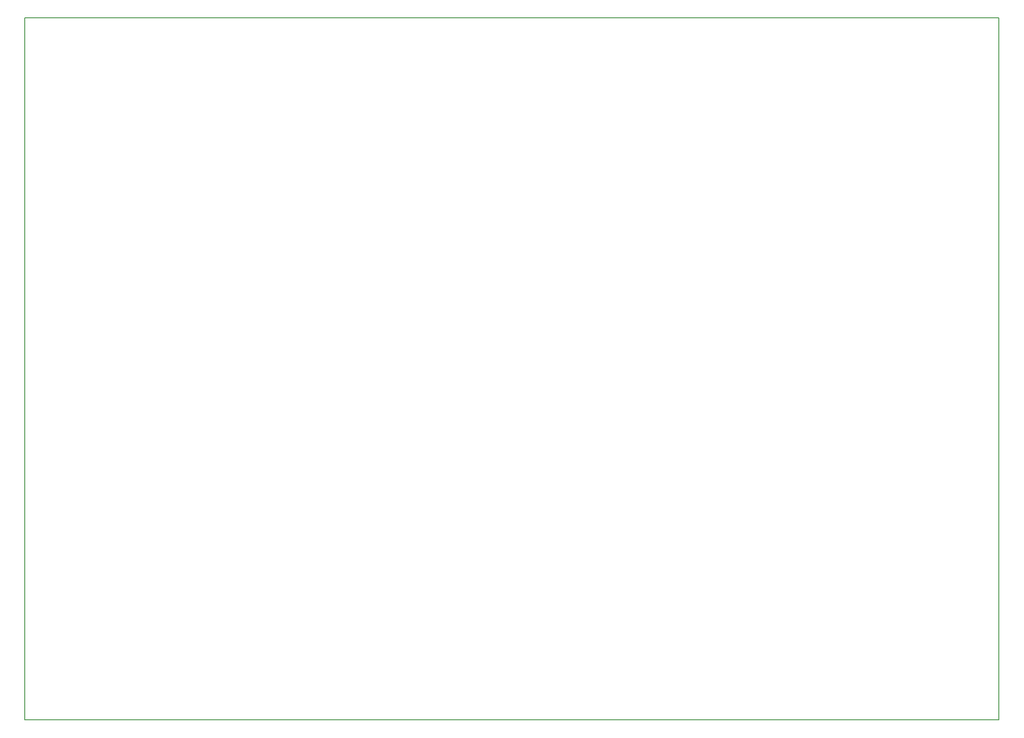
<source format=gko>
%FSLAX25Y25*%
%MOIN*%
G70*
G01*
G75*
G04 Layer_Color=16711935*
%ADD10R,0.03800X0.03500*%
G04:AMPARAMS|DCode=11|XSize=39.37mil|YSize=50mil|CornerRadius=0mil|HoleSize=0mil|Usage=FLASHONLY|Rotation=65.000|XOffset=0mil|YOffset=0mil|HoleType=Round|Shape=Rectangle|*
%AMROTATEDRECTD11*
4,1,4,0.01434,-0.02841,-0.03098,-0.00728,-0.01434,0.02841,0.03098,0.00728,0.01434,-0.02841,0.0*
%
%ADD11ROTATEDRECTD11*%

%ADD12R,0.04000X0.05000*%
G04:AMPARAMS|DCode=13|XSize=40mil|YSize=50mil|CornerRadius=10mil|HoleSize=0mil|Usage=FLASHONLY|Rotation=0.000|XOffset=0mil|YOffset=0mil|HoleType=Round|Shape=RoundedRectangle|*
%AMROUNDEDRECTD13*
21,1,0.04000,0.03000,0,0,0.0*
21,1,0.02000,0.05000,0,0,0.0*
1,1,0.02000,0.01000,-0.01500*
1,1,0.02000,-0.01000,-0.01500*
1,1,0.02000,-0.01000,0.01500*
1,1,0.02000,0.01000,0.01500*
%
%ADD13ROUNDEDRECTD13*%
%ADD14R,0.11811X0.19685*%
%ADD15C,0.01000*%
%ADD16C,0.03937*%
%ADD17C,0.11811*%
%ADD18C,0.00500*%
%ADD19C,0.00600*%
%ADD20R,0.04600X0.04300*%
G04:AMPARAMS|DCode=21|XSize=47.37mil|YSize=58mil|CornerRadius=0mil|HoleSize=0mil|Usage=FLASHONLY|Rotation=65.000|XOffset=0mil|YOffset=0mil|HoleType=Round|Shape=Rectangle|*
%AMROTATEDRECTD21*
4,1,4,0.01627,-0.03372,-0.03629,-0.00921,-0.01627,0.03372,0.03629,0.00921,0.01627,-0.03372,0.0*
%
%ADD21ROTATEDRECTD21*%

%ADD22R,0.04800X0.05800*%
G04:AMPARAMS|DCode=23|XSize=48mil|YSize=58mil|CornerRadius=12mil|HoleSize=0mil|Usage=FLASHONLY|Rotation=0.000|XOffset=0mil|YOffset=0mil|HoleType=Round|Shape=RoundedRectangle|*
%AMROUNDEDRECTD23*
21,1,0.04800,0.03400,0,0,0.0*
21,1,0.02400,0.05800,0,0,0.0*
1,1,0.02400,0.01200,-0.01700*
1,1,0.02400,-0.01200,-0.01700*
1,1,0.02400,-0.01200,0.01700*
1,1,0.02400,0.01200,0.01700*
%
%ADD23ROUNDEDRECTD23*%
%ADD24R,0.12611X0.20485*%
%ADD25C,0.12611*%
%ADD26C,0.00787*%
D26*
X0Y0D02*
X551181D01*
X0D02*
Y539370D01*
X748032Y0D02*
Y539370D01*
X551181Y0D02*
X748032D01*
X0Y539370D02*
X748032D01*
M02*

</source>
